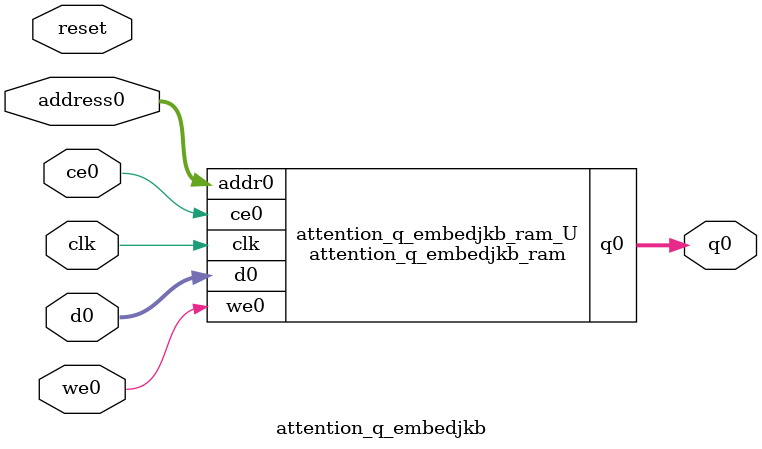
<source format=v>
`timescale 1 ns / 1 ps
module attention_q_embedjkb_ram (addr0, ce0, d0, we0, q0,  clk);

parameter DWIDTH = 40;
parameter AWIDTH = 4;
parameter MEM_SIZE = 16;

input[AWIDTH-1:0] addr0;
input ce0;
input[DWIDTH-1:0] d0;
input we0;
output reg[DWIDTH-1:0] q0;
input clk;

(* ram_style = "distributed" *)reg [DWIDTH-1:0] ram[0:MEM_SIZE-1];




always @(posedge clk)  
begin 
    if (ce0) begin
        if (we0) 
            ram[addr0] <= d0; 
        q0 <= ram[addr0];
    end
end


endmodule

`timescale 1 ns / 1 ps
module attention_q_embedjkb(
    reset,
    clk,
    address0,
    ce0,
    we0,
    d0,
    q0);

parameter DataWidth = 32'd40;
parameter AddressRange = 32'd16;
parameter AddressWidth = 32'd4;
input reset;
input clk;
input[AddressWidth - 1:0] address0;
input ce0;
input we0;
input[DataWidth - 1:0] d0;
output[DataWidth - 1:0] q0;



attention_q_embedjkb_ram attention_q_embedjkb_ram_U(
    .clk( clk ),
    .addr0( address0 ),
    .ce0( ce0 ),
    .we0( we0 ),
    .d0( d0 ),
    .q0( q0 ));

endmodule


</source>
